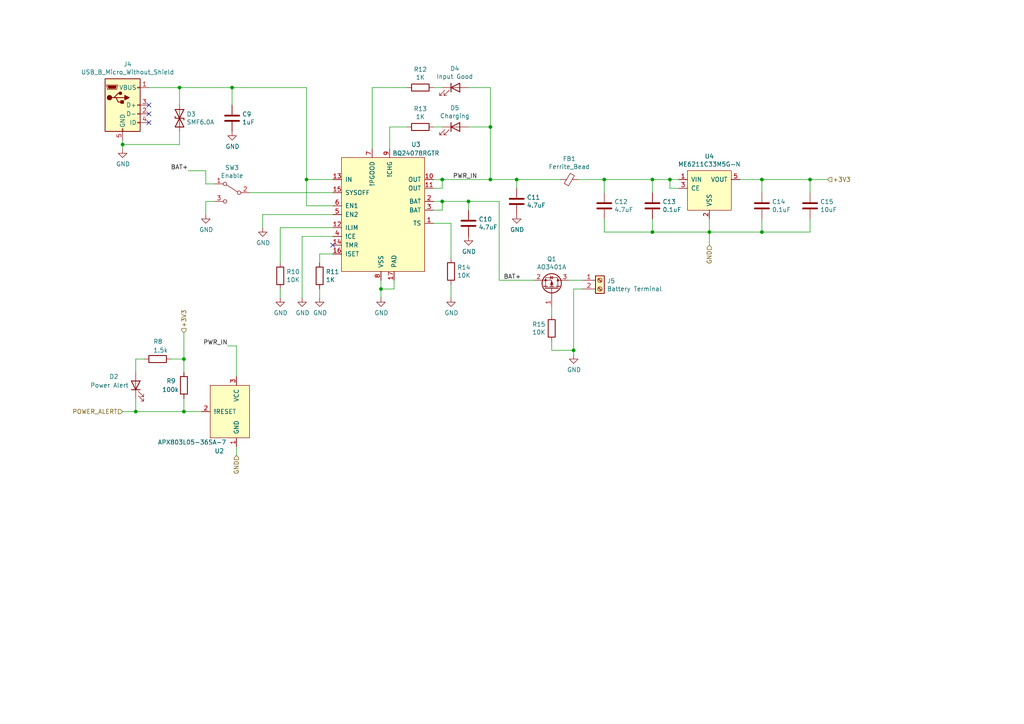
<source format=kicad_sch>
(kicad_sch (version 20211123) (generator eeschema)
  (paper "A4")
  (lib_symbols
    (symbol "Connector:Screw_Terminal_01x02" (pin_names (offset 1.016) hide)
      (property "Reference" "J" (at 0 2.54 0))
      (property "Value" "Screw_Terminal_01x02" (at 0 -5.08 0))
      (symbol "Screw_Terminal_01x02_1_1"
        (rectangle (start -1.27 1.27) (end 1.27 -3.81) (stroke (width 0.254)) (fill (type background)))
        (circle (center 0 -2.54) (radius 0.635) (stroke (width 0.1524)))
        (polyline (pts (xy -0.5334 -2.2098) (xy 0.3302 -3.048)) (stroke (width 0.1524)))
        (polyline (pts (xy -0.5334 0.3302) (xy 0.3302 -0.508)) (stroke (width 0.1524)))
        (polyline (pts (xy -0.3556 -2.032) (xy 0.508 -2.8702)) (stroke (width 0.1524)))
        (polyline (pts (xy -0.3556 0.508) (xy 0.508 -0.3302)) (stroke (width 0.1524)))
        (circle (center 0 0) (radius 0.635) (stroke (width 0.1524)))
        (pin passive line (at -5.08 0 0) (length 3.81) (name "Pin_1") (number "1"))
        (pin passive line (at -5.08 -2.54 0) (length 3.81) (name "Pin_2") (number "2"))
      )
    )
    (symbol "Custom:APX803L05-39SA-7" (pin_names (offset 1.016))
      (property "Reference" "U" (at 0 13.97 0))
      (property "Value" "Custom_APX803L05-39SA-7" (at 0 11.43 0))
      (symbol "APX803L05-39SA-7_0_0"
        (pin unspecified line (at 0 -10.16 90) (length 2.54) (name "GND") (number "1"))
        (pin unspecified line (at -10.16 0 0) (length 2.54) (name "!RESET") (number "2"))
        (pin unspecified line (at 0 10.16 270) (length 2.54) (name "VCC") (number "3"))
      )
      (symbol "APX803L05-39SA-7_0_1"
        (rectangle (start -7.62 7.62) (end 3.81 -7.62) (fill (type background)))
      )
    )
    (symbol "Custom:BQ24078RGTR" (pin_names (offset 1.016))
      (property "Reference" "U" (at 8.89 17.78 0))
      (property "Value" "Custom_BQ24078RGTR" (at 10.16 15.24 0))
      (symbol "BQ24078RGTR_0_0"
        (pin input line (at 15.24 -5.08 180) (length 2.54) (name "TS") (number "1"))
        (pin power_in line (at 15.24 7.62 180) (length 2.54) (name "OUT") (number "10"))
        (pin power_out line (at 15.24 5.08 180) (length 2.54) (name "OUT") (number "11"))
        (pin input line (at -13.97 -6.35 0) (length 2.54) (name "ILIM") (number "12"))
        (pin power_in line (at -13.97 7.62 0) (length 2.54) (name "IN") (number "13"))
        (pin input line (at -13.97 -11.43 0) (length 2.54) (name "TMR") (number "14"))
        (pin input line (at -13.97 3.81 0) (length 2.54) (name "SYSOFF") (number "15"))
        (pin bidirectional line (at -13.97 -13.97 0) (length 2.54) (name "ISET") (number "16"))
        (pin power_in line (at 3.81 -21.59 90) (length 2.54) (name "PAD") (number "17"))
        (pin bidirectional line (at 15.24 1.27 180) (length 2.54) (name "BAT") (number "2"))
        (pin bidirectional line (at 15.24 -1.27 180) (length 2.54) (name "BAT") (number "3"))
        (pin input line (at -13.97 -8.89 0) (length 2.54) (name "!CE") (number "4"))
        (pin input line (at -13.97 -2.54 0) (length 2.54) (name "EN2") (number "5"))
        (pin input line (at -13.97 0 0) (length 2.54) (name "EN1") (number "6"))
        (pin output line (at -2.54 16.51 270) (length 2.54) (name "!PGOOD") (number "7"))
        (pin power_in line (at 0 -21.59 90) (length 2.54) (name "VSS") (number "8"))
        (pin output line (at 2.54 16.51 270) (length 2.54) (name "!CHG") (number "9"))
      )
      (symbol "BQ24078RGTR_0_1"
        (rectangle (start -11.43 13.97) (end 12.7 -19.05) (fill (type background)))
      )
    )
    (symbol "Custom:ME6211C33M5G-N" (pin_names (offset 1.016))
      (property "Reference" "U" (at 0 7.62 0))
      (property "Value" "Custom_ME6211C33M5G-N" (at 0 5.08 0))
      (symbol "ME6211C33M5G-N_0_0"
        (pin power_in line (at -8.89 1.27 0) (length 2.54) (name "VIN") (number "1"))
        (pin power_in line (at 0 -10.16 90) (length 2.54) (name "VSS") (number "2"))
        (pin input line (at -8.89 -1.27 0) (length 2.54) (name "CE") (number "3"))
        (pin no_connect line (at 8.89 -1.27 180) (length 2.54) hide (name "NC") (number "4"))
        (pin power_out line (at 8.89 1.27 180) (length 2.54) (name "VOUT") (number "5"))
      )
      (symbol "ME6211C33M5G-N_0_1"
        (rectangle (start -6.35 3.81) (end 6.35 -7.62) (fill (type background)))
      )
    )
    (symbol "Custom:USB_B_Micro_Without_Shield" (pin_names (offset 1.016))
      (property "Reference" "J" (at -5.08 11.43 0))
      (property "Value" "Custom_USB_B_Micro_Without_Shield" (at -5.08 8.89 0))
      (symbol "USB_B_Micro_Without_Shield_0_1"
        (rectangle (start -5.08 -7.62) (end 5.08 7.62) (stroke (width 0.254)) (fill (type background)))
        (circle (center -3.81 2.159) (radius 0.635) (stroke (width 0.254)) (fill (type outline)))
        (circle (center -0.635 3.429) (radius 0.381) (stroke (width 0.254)) (fill (type outline)))
        (rectangle (start -0.127 -7.62) (end 0.127 -6.858))
        (polyline (pts (xy -1.905 2.159) (xy 0.635 2.159)) (stroke (width 0.254)))
        (polyline (pts (xy -3.175 2.159) (xy -2.54 2.159) (xy -1.27 3.429) (xy -0.635 3.429)) (stroke (width 0.254)))
        (polyline (pts (xy -2.54 2.159) (xy -1.905 2.159) (xy -1.27 0.889) (xy 0 0.889)) (stroke (width 0.254)))
        (polyline (pts (xy 0.635 2.794) (xy 0.635 1.524) (xy 1.905 2.159) (xy 0.635 2.794)) (stroke (width 0.254)) (fill (type outline)))
        (polyline (pts (xy -4.318 5.588) (xy -1.778 5.588) (xy -2.032 4.826) (xy -4.064 4.826) (xy -4.318 5.588)) (fill (type outline)))
        (polyline (pts (xy -4.699 5.842) (xy -4.699 5.588) (xy -4.445 4.826) (xy -4.445 4.572) (xy -1.651 4.572) (xy -1.651 4.826) (xy -1.397 5.588) (xy -1.397 5.842) (xy -4.699 5.842)))
        (rectangle (start 0.254 1.27) (end -0.508 0.508) (stroke (width 0.254)) (fill (type outline)))
        (rectangle (start 5.08 -5.207) (end 4.318 -4.953))
        (rectangle (start 5.08 -2.667) (end 4.318 -2.413))
        (rectangle (start 5.08 -0.127) (end 4.318 0.127))
        (rectangle (start 5.08 4.953) (end 4.318 5.207))
      )
      (symbol "USB_B_Micro_Without_Shield_1_1"
        (pin power_out line (at 7.62 5.08 180) (length 2.54) (name "VBUS") (number "1"))
        (pin bidirectional line (at 7.62 -2.54 180) (length 2.54) (name "D-") (number "2"))
        (pin bidirectional line (at 7.62 0 180) (length 2.54) (name "D+") (number "3"))
        (pin passive line (at 7.62 -5.08 180) (length 2.54) (name "ID") (number "4"))
        (pin power_out line (at 0 -10.16 90) (length 2.54) (name "GND") (number "5"))
      )
    )
    (symbol "Device:C" (pin_numbers hide) (pin_names (offset 0.254))
      (property "Reference" "C" (at 0.635 2.54 0))
      (property "Value" "C" (at 0.635 -2.54 0))
      (symbol "C_0_1"
        (polyline (pts (xy -2.032 -0.762) (xy 2.032 -0.762)) (stroke (width 0.508)))
        (polyline (pts (xy -2.032 0.762) (xy 2.032 0.762)) (stroke (width 0.508)))
      )
      (symbol "C_1_1"
        (pin passive line (at 0 3.81 270) (length 2.794) (name "~") (number "1"))
        (pin passive line (at 0 -3.81 90) (length 2.794) (name "~") (number "2"))
      )
    )
    (symbol "Device:D_TVS" (pin_numbers hide) (pin_names (offset 1.016) hide)
      (property "Reference" "D" (at 0 2.54 0))
      (property "Value" "D_TVS" (at 0 -2.54 0))
      (symbol "D_TVS_0_1"
        (polyline (pts (xy 1.27 0) (xy -1.27 0)))
        (polyline (pts (xy 0.508 1.27) (xy 0 1.27) (xy 0 -1.27) (xy -0.508 -1.27)) (stroke (width 0.254)))
        (polyline (pts (xy -2.54 1.27) (xy -2.54 -1.27) (xy 2.54 1.27) (xy 2.54 -1.27) (xy -2.54 1.27)) (stroke (width 0.254)))
      )
      (symbol "D_TVS_1_1"
        (pin passive line (at -3.81 0 0) (length 2.54) (name "A1") (number "1"))
        (pin passive line (at 3.81 0 180) (length 2.54) (name "A2") (number "2"))
      )
    )
    (symbol "Device:Ferrite_Bead_Small" (pin_numbers hide) (pin_names (offset 0))
      (property "Reference" "FB" (at 1.905 1.27 0))
      (property "Value" "Device_Ferrite_Bead_Small" (at 1.905 -1.27 0))
      (symbol "Ferrite_Bead_Small_0_1"
        (polyline (pts (xy 0 -1.27) (xy 0 -0.7874)))
        (polyline (pts (xy 0 0.889) (xy 0 1.2954)))
        (polyline (pts (xy -1.8288 0.2794) (xy -1.1176 1.4986) (xy 1.8288 -0.2032) (xy 1.1176 -1.4224) (xy -1.8288 0.2794)))
      )
      (symbol "Ferrite_Bead_Small_1_1"
        (pin passive line (at 0 2.54 270) (length 1.27) (name "~") (number "1"))
        (pin passive line (at 0 -2.54 90) (length 1.27) (name "~") (number "2"))
      )
    )
    (symbol "Device:LED" (pin_numbers hide) (pin_names (offset 1.016) hide)
      (property "Reference" "D" (at 0 2.54 0))
      (property "Value" "LED" (at 0 -2.54 0))
      (symbol "LED_0_1"
        (polyline (pts (xy -1.27 -1.27) (xy -1.27 1.27)) (stroke (width 0.254)))
        (polyline (pts (xy -1.27 0) (xy 1.27 0)))
        (polyline (pts (xy 1.27 -1.27) (xy 1.27 1.27) (xy -1.27 0) (xy 1.27 -1.27)) (stroke (width 0.254)))
        (polyline (pts (xy -3.048 -0.762) (xy -4.572 -2.286) (xy -3.81 -2.286) (xy -4.572 -2.286) (xy -4.572 -1.524)))
        (polyline (pts (xy -1.778 -0.762) (xy -3.302 -2.286) (xy -2.54 -2.286) (xy -3.302 -2.286) (xy -3.302 -1.524)))
      )
      (symbol "LED_1_1"
        (pin passive line (at -3.81 0 0) (length 2.54) (name "K") (number "1"))
        (pin passive line (at 3.81 0 180) (length 2.54) (name "A") (number "2"))
      )
    )
    (symbol "Device:R" (pin_numbers hide) (pin_names (offset 0))
      (property "Reference" "R" (at 2.032 0 90))
      (property "Value" "R" (at 0 0 90))
      (symbol "R_0_1"
        (rectangle (start -1.016 -2.54) (end 1.016 2.54) (stroke (width 0.254)))
      )
      (symbol "R_1_1"
        (pin passive line (at 0 3.81 270) (length 1.27) (name "~") (number "1"))
        (pin passive line (at 0 -3.81 90) (length 1.27) (name "~") (number "2"))
      )
    )
    (symbol "Switch:SW_SPDT" (pin_names (offset 0) hide)
      (property "Reference" "SW" (at 0 4.318 0))
      (property "Value" "SW_SPDT" (at 0 -5.08 0))
      (symbol "SW_SPDT_0_0"
        (circle (center -2.032 0) (radius 0.508))
        (circle (center 2.032 -2.54) (radius 0.508))
      )
      (symbol "SW_SPDT_0_1"
        (polyline (pts (xy -1.524 0.254) (xy 1.651 2.286)))
        (circle (center 2.032 2.54) (radius 0.508))
      )
      (symbol "SW_SPDT_1_1"
        (pin passive line (at 5.08 2.54 180) (length 2.54) (name "A") (number "1"))
        (pin passive line (at -5.08 0 0) (length 2.54) (name "B") (number "2"))
        (pin passive line (at 5.08 -2.54 180) (length 2.54) (name "C") (number "3"))
      )
    )
    (symbol "Transistor_FET:AO3401A" (pin_names hide)
      (property "Reference" "Q" (at 5.08 1.905 0))
      (property "Value" "AO3401A" (at 5.08 0 0))
      (symbol "AO3401A_0_1"
        (polyline (pts (xy 0.254 0) (xy -2.54 0)))
        (polyline (pts (xy 0.254 1.905) (xy 0.254 -1.905)) (stroke (width 0.254)))
        (polyline (pts (xy 0.762 -1.27) (xy 0.762 -2.286)) (stroke (width 0.254)))
        (polyline (pts (xy 0.762 0.508) (xy 0.762 -0.508)) (stroke (width 0.254)))
        (polyline (pts (xy 0.762 2.286) (xy 0.762 1.27)) (stroke (width 0.254)))
        (polyline (pts (xy 2.54 2.54) (xy 2.54 1.778)))
        (polyline (pts (xy 2.54 -2.54) (xy 2.54 0) (xy 0.762 0)))
        (polyline (pts (xy 0.762 1.778) (xy 3.302 1.778) (xy 3.302 -1.778) (xy 0.762 -1.778)))
        (polyline (pts (xy 2.286 0) (xy 1.27 0.381) (xy 1.27 -0.381) (xy 2.286 0)) (fill (type outline)))
        (polyline (pts (xy 2.794 -0.508) (xy 2.921 -0.381) (xy 3.683 -0.381) (xy 3.81 -0.254)))
        (polyline (pts (xy 3.302 -0.381) (xy 2.921 0.254) (xy 3.683 0.254) (xy 3.302 -0.381)))
        (circle (center 1.651 0) (radius 2.794) (stroke (width 0.254)))
        (circle (center 2.54 -1.778) (radius 0.254) (fill (type outline)))
        (circle (center 2.54 1.778) (radius 0.254) (fill (type outline)))
      )
      (symbol "AO3401A_1_1"
        (pin input line (at -5.08 0 0) (length 2.54) (name "G") (number "1"))
        (pin passive line (at 2.54 -5.08 90) (length 2.54) (name "S") (number "2"))
        (pin passive line (at 2.54 5.08 270) (length 2.54) (name "D") (number "3"))
      )
    )
    (symbol "power:GND" (power) (pin_names (offset 0))
      (property "Value" "GND" (at 0 -3.81 0))
      (symbol "GND_0_1"
        (polyline (pts (xy 0 0) (xy 0 -1.27) (xy 1.27 -1.27) (xy 0 -2.54) (xy -1.27 -1.27) (xy 0 -1.27)))
      )
      (symbol "GND_1_1"
        (pin power_in line (at 0 0 270) (length 0) hide (name "GND") (number "1"))
      )
    )
  )
  (junction (at 88.9 52.07))
  (junction (at 53.34 104.14))
  (junction (at 220.98 52.07))
  (junction (at 220.98 67.31))
  (junction (at 128.27 58.42))
  (junction (at 67.31 25.4))
  (junction (at 142.24 52.07))
  (junction (at 110.49 83.82))
  (junction (at 175.26 52.07))
  (junction (at 205.74 67.31))
  (junction (at 189.23 52.07))
  (junction (at 194.31 52.07))
  (junction (at 142.24 36.83))
  (junction (at 234.95 52.07))
  (junction (at 166.37 101.6))
  (junction (at 128.27 52.07))
  (junction (at 149.86 52.07))
  (junction (at 39.37 119.38))
  (junction (at 35.56 41.91))
  (junction (at 189.23 67.31))
  (junction (at 52.07 25.4))
  (junction (at 135.89 58.42))
  (junction (at 53.34 119.38))
  (no_connect (at 96.52 71.12))
  (no_connect (at 43.18 33.02))
  (no_connect (at 43.18 30.48))
  (no_connect (at 43.18 35.56))
  (wire (pts (xy 39.37 119.38) (xy 53.34 119.38)))
  (wire (pts (xy 96.52 59.69) (xy 88.9 59.69)))
  (wire (pts (xy 194.31 54.61) (xy 196.85 54.61)))
  (wire (pts (xy 142.24 25.4) (xy 135.89 25.4)))
  (wire (pts (xy 167.64 52.07) (xy 175.26 52.07)))
  (wire (pts (xy 166.37 102.87) (xy 166.37 101.6)))
  (wire (pts (xy 220.98 52.07) (xy 234.95 52.07)))
  (wire (pts (xy 175.26 67.31) (xy 189.23 67.31)))
  (wire (pts (xy 59.69 58.42) (xy 62.23 58.42)))
  (wire (pts (xy 35.56 41.91) (xy 35.56 40.64)))
  (wire (pts (xy 35.56 119.38) (xy 39.37 119.38)))
  (wire (pts (xy 67.31 25.4) (xy 88.9 25.4)))
  (wire (pts (xy 81.28 66.04) (xy 81.28 76.2)))
  (wire (pts (xy 125.73 52.07) (xy 128.27 52.07)))
  (wire (pts (xy 205.74 67.31) (xy 220.98 67.31)))
  (wire (pts (xy 144.78 81.28) (xy 144.78 58.42)))
  (wire (pts (xy 54.61 49.53) (xy 59.69 49.53)))
  (wire (pts (xy 214.63 52.07) (xy 220.98 52.07)))
  (wire (pts (xy 128.27 60.96) (xy 128.27 58.42)))
  (wire (pts (xy 142.24 36.83) (xy 142.24 25.4)))
  (wire (pts (xy 142.24 52.07) (xy 142.24 36.83)))
  (wire (pts (xy 205.74 63.5) (xy 205.74 67.31)))
  (wire (pts (xy 43.18 25.4) (xy 52.07 25.4)))
  (wire (pts (xy 135.89 58.42) (xy 144.78 58.42)))
  (wire (pts (xy 189.23 67.31) (xy 205.74 67.31)))
  (wire (pts (xy 220.98 67.31) (xy 234.95 67.31)))
  (wire (pts (xy 62.23 53.34) (xy 59.69 53.34)))
  (wire (pts (xy 113.03 43.18) (xy 113.03 36.83)))
  (wire (pts (xy 128.27 52.07) (xy 142.24 52.07)))
  (wire (pts (xy 160.02 101.6) (xy 166.37 101.6)))
  (wire (pts (xy 35.56 43.18) (xy 35.56 41.91)))
  (wire (pts (xy 149.86 54.61) (xy 149.86 52.07)))
  (wire (pts (xy 160.02 91.44) (xy 160.02 88.9)))
  (wire (pts (xy 110.49 83.82) (xy 110.49 81.28)))
  (wire (pts (xy 72.39 55.88) (xy 96.52 55.88)))
  (wire (pts (xy 189.23 67.31) (xy 189.23 63.5)))
  (wire (pts (xy 128.27 54.61) (xy 128.27 52.07)))
  (wire (pts (xy 168.91 83.82) (xy 166.37 83.82)))
  (wire (pts (xy 189.23 52.07) (xy 194.31 52.07)))
  (wire (pts (xy 220.98 67.31) (xy 220.98 63.5)))
  (wire (pts (xy 39.37 104.14) (xy 41.91 104.14)))
  (wire (pts (xy 189.23 55.88) (xy 189.23 52.07)))
  (wire (pts (xy 142.24 52.07) (xy 149.86 52.07)))
  (wire (pts (xy 149.86 52.07) (xy 162.56 52.07)))
  (wire (pts (xy 59.69 53.34) (xy 59.69 49.53)))
  (wire (pts (xy 125.73 36.83) (xy 128.27 36.83)))
  (wire (pts (xy 76.2 62.23) (xy 76.2 66.04)))
  (wire (pts (xy 39.37 107.95) (xy 39.37 104.14)))
  (wire (pts (xy 67.31 25.4) (xy 67.31 30.48)))
  (wire (pts (xy 53.34 104.14) (xy 53.34 96.52)))
  (wire (pts (xy 92.71 86.36) (xy 92.71 83.82)))
  (wire (pts (xy 53.34 115.57) (xy 53.34 119.38)))
  (wire (pts (xy 53.34 119.38) (xy 58.42 119.38)))
  (wire (pts (xy 107.95 43.18) (xy 107.95 25.4)))
  (wire (pts (xy 49.53 104.14) (xy 53.34 104.14)))
  (wire (pts (xy 88.9 59.69) (xy 88.9 52.07)))
  (wire (pts (xy 52.07 30.48) (xy 52.07 25.4)))
  (wire (pts (xy 125.73 54.61) (xy 128.27 54.61)))
  (wire (pts (xy 130.81 82.55) (xy 130.81 86.36)))
  (wire (pts (xy 107.95 25.4) (xy 118.11 25.4)))
  (wire (pts (xy 81.28 66.04) (xy 96.52 66.04)))
  (wire (pts (xy 68.58 100.33) (xy 68.58 109.22)))
  (wire (pts (xy 166.37 101.6) (xy 166.37 83.82)))
  (wire (pts (xy 96.52 62.23) (xy 76.2 62.23)))
  (wire (pts (xy 135.89 36.83) (xy 142.24 36.83)))
  (wire (pts (xy 220.98 55.88) (xy 220.98 52.07)))
  (wire (pts (xy 87.63 68.58) (xy 87.63 86.36)))
  (wire (pts (xy 39.37 119.38) (xy 39.37 115.57)))
  (wire (pts (xy 110.49 86.36) (xy 110.49 83.82)))
  (wire (pts (xy 96.52 52.07) (xy 88.9 52.07)))
  (wire (pts (xy 130.81 64.77) (xy 130.81 74.93)))
  (wire (pts (xy 92.71 76.2) (xy 92.71 73.66)))
  (wire (pts (xy 175.26 67.31) (xy 175.26 63.5)))
  (wire (pts (xy 92.71 73.66) (xy 96.52 73.66)))
  (wire (pts (xy 87.63 68.58) (xy 96.52 68.58)))
  (wire (pts (xy 113.03 36.83) (xy 118.11 36.83)))
  (wire (pts (xy 81.28 86.36) (xy 81.28 83.82)))
  (wire (pts (xy 144.78 81.28) (xy 154.94 81.28)))
  (wire (pts (xy 175.26 52.07) (xy 189.23 52.07)))
  (wire (pts (xy 165.1 81.28) (xy 168.91 81.28)))
  (wire (pts (xy 35.56 41.91) (xy 52.07 41.91)))
  (wire (pts (xy 125.73 60.96) (xy 128.27 60.96)))
  (wire (pts (xy 128.27 58.42) (xy 135.89 58.42)))
  (wire (pts (xy 68.58 132.08) (xy 68.58 129.54)))
  (wire (pts (xy 125.73 64.77) (xy 130.81 64.77)))
  (wire (pts (xy 66.04 100.33) (xy 68.58 100.33)))
  (wire (pts (xy 53.34 107.95) (xy 53.34 104.14)))
  (wire (pts (xy 88.9 25.4) (xy 88.9 52.07)))
  (wire (pts (xy 52.07 41.91) (xy 52.07 38.1)))
  (wire (pts (xy 160.02 99.06) (xy 160.02 101.6)))
  (wire (pts (xy 175.26 55.88) (xy 175.26 52.07)))
  (wire (pts (xy 114.3 83.82) (xy 114.3 81.28)))
  (wire (pts (xy 110.49 83.82) (xy 114.3 83.82)))
  (wire (pts (xy 194.31 52.07) (xy 196.85 52.07)))
  (wire (pts (xy 205.74 71.12) (xy 205.74 67.31)))
  (wire (pts (xy 234.95 55.88) (xy 234.95 52.07)))
  (wire (pts (xy 135.89 60.96) (xy 135.89 58.42)))
  (wire (pts (xy 59.69 58.42) (xy 59.69 62.23)))
  (wire (pts (xy 194.31 52.07) (xy 194.31 54.61)))
  (wire (pts (xy 52.07 25.4) (xy 67.31 25.4)))
  (wire (pts (xy 128.27 58.42) (xy 125.73 58.42)))
  (wire (pts (xy 125.73 25.4) (xy 128.27 25.4)))
  (wire (pts (xy 234.95 52.07) (xy 240.03 52.07)))
  (wire (pts (xy 234.95 67.31) (xy 234.95 63.5)))
  (label "BAT+" (at 146.05 81.28 0))
  (label "BAT+" (at 54.61 49.53 180))
  (label "PWR_IN" (at 138.43 52.07 180))
  (label "PWR_IN" (at 66.04 100.33 180))
  (hierarchical_label "POWER_ALERT" (shape input) (at 35.56 119.38 180))
  (hierarchical_label "+3V3" (shape input) (at 53.34 96.52 90))
  (hierarchical_label "GND" (shape input) (at 68.58 132.08 270))
  (hierarchical_label "+3V3" (shape input) (at 240.03 52.07 0))
  (hierarchical_label "GND" (shape input) (at 205.74 71.12 270))
  (symbol (lib_id "Device:C") (at 189.23 59.69 0) (unit 1)
    (property "Reference" "C13" (at 192.151 58.5216 0) (effects (justify left)))
    (property "Value" "0.1uF" (at 192.151 60.833 0) (effects (justify left)))
    (property "Footprint" "Capacitor_SMD:C_0805_2012Metric" (effects hide))
  )
  (symbol (lib_id "Device:C") (at 220.98 59.69 0) (unit 1)
    (property "Reference" "C14" (at 223.901 58.5216 0) (effects (justify left)))
    (property "Value" "0.1uF" (at 223.901 60.833 0) (effects (justify left)))
    (property "Footprint" "Capacitor_SMD:C_0805_2012Metric" (effects hide))
  )
  (symbol (lib_id "Device:Ferrite_Bead_Small") (at 165.1 52.07 270) (unit 1)
    (property "Reference" "FB1" (at 165.1 46.0502 90))
    (property "Value" "Ferrite_Bead" (at 165.1 48.3616 90))
    (property "Footprint" "Inductor_SMD:L_0805_2012Metric_Pad1.15x1.40mm_HandSolder" (effects hide))
  )
  (symbol (lib_id "Device:C") (at 175.26 59.69 0) (unit 1)
    (property "Reference" "C12" (at 178.181 58.5216 0) (effects (justify left)))
    (property "Value" "4.7uF" (at 178.181 60.833 0) (effects (justify left)))
    (property "Footprint" "Capacitor_SMD:C_0805_2012Metric" (effects hide))
  )
  (symbol (lib_id "Device:C") (at 234.95 59.69 0) (unit 1)
    (property "Reference" "C15" (at 237.871 58.5216 0) (effects (justify left)))
    (property "Value" "10uF" (at 237.871 60.833 0) (effects (justify left)))
    (property "Footprint" "Capacitor_SMD:C_1206_3216Metric" (effects hide))
  )
  (symbol (lib_id "Custom:APX803L05-39SA-7") (at 68.58 119.38 0) (unit 1)
    (property "Reference" "U2" (at 62.23 130.81 0) (effects (justify left)))
    (property "Value" "APX803L05-36SA-7" (at 45.72 128.27 0) (effects (justify left)))
    (property "Footprint" "Package_TO_SOT_SMD:SOT-23W_Handsoldering" (effects hide))
    (property "Datasheet" "https://www.mouser.de/datasheet/2/115/APX803L-1113564.pdf" (effects hide))
  )
  (symbol (lib_id "Device:R") (at 53.34 111.76 0) (unit 1)
    (property "Reference" "R9" (at 48.26 110.49 0) (effects (justify left)))
    (property "Value" "100k" (at 46.99 113.03 0) (effects (justify left)))
    (property "Footprint" "Resistor_SMD:R_1206_3216Metric" (effects hide))
  )
  (symbol (lib_id "Device:LED") (at 39.37 111.76 90) (unit 1)
    (property "Reference" "D2" (at 33.02 109.22 90))
    (property "Value" "Power Alert" (at 31.75 111.76 90))
    (property "Footprint" "LED_SMD:LED_0603_1608Metric" (effects hide))
  )
  (symbol (lib_id "Device:R") (at 45.72 104.14 270) (unit 1)
    (property "Reference" "R8" (at 44.45 99.06 90) (effects (justify left)))
    (property "Value" "1.5k" (at 44.45 101.6 90) (effects (justify left)))
    (property "Footprint" "Resistor_SMD:R_1206_3216Metric" (effects hide))
  )
  (symbol (lib_id "Custom:BQ24078RGTR") (at 110.49 59.69 0) (unit 1)
    (property "Reference" "U3" (at 120.65 41.91 0))
    (property "Value" "BQ24078RGTR" (at 120.65 44.45 0))
    (property "Footprint" "Package_DFN_QFN:VQFN-16-1EP_3x3mm_P0.5mm_EP1.45x1.45mm" (effects hide))
    (property "Datasheet" "https://www.ti.com/lit/ds/symlink/bq24078.pdf" (effects hide))
  )
  (symbol (lib_id "power:GND") (at 110.49 86.36 0) (unit 1)
    (property "Reference" "#PWR022" (effects hide))
    (property "Value" "GND" (at 110.617 90.7542 0))
  )
  (symbol (lib_id "Device:LED") (at 132.08 36.83 0) (unit 1)
    (property "Reference" "D5" (at 131.9022 31.3182 0))
    (property "Value" "Charging" (at 131.9022 33.6296 0))
    (property "Footprint" "LED_SMD:LED_0603_1608Metric" (effects hide))
  )
  (symbol (lib_id "Device:R") (at 121.92 36.83 270) (unit 1)
    (property "Reference" "R13" (at 121.92 31.5722 90))
    (property "Value" "1K" (at 121.92 33.8836 90))
    (property "Footprint" "Resistor_SMD:R_1206_3216Metric" (effects hide))
  )
  (symbol (lib_id "Device:LED") (at 132.08 25.4 0) (unit 1)
    (property "Reference" "D4" (at 131.9022 19.8882 0))
    (property "Value" "Input Good" (at 131.9022 22.1996 0))
    (property "Footprint" "LED_SMD:LED_0603_1608Metric" (effects hide))
  )
  (symbol (lib_id "Device:R") (at 121.92 25.4 270) (unit 1)
    (property "Reference" "R12" (at 121.92 20.1422 90))
    (property "Value" "1K" (at 121.92 22.4536 90))
    (property "Footprint" "Resistor_SMD:R_1206_3216Metric" (effects hide))
  )
  (symbol (lib_id "Device:C") (at 149.86 58.42 0) (unit 1)
    (property "Reference" "C11" (at 152.781 57.2516 0) (effects (justify left)))
    (property "Value" "4.7uF" (at 152.781 59.563 0) (effects (justify left)))
    (property "Footprint" "Capacitor_SMD:C_0805_2012Metric" (effects hide))
  )
  (symbol (lib_id "power:GND") (at 149.86 62.23 0) (unit 1)
    (property "Reference" "#PWR025" (effects hide))
    (property "Value" "GND" (at 149.987 66.6242 0))
  )
  (symbol (lib_id "power:GND") (at 76.2 66.04 0) (unit 1)
    (property "Reference" "#PWR018" (effects hide))
    (property "Value" "GND" (at 76.327 70.4342 0))
  )
  (symbol (lib_id "Switch:SW_SPDT") (at 67.31 55.88 0) (mirror y) (unit 1)
    (property "Reference" "SW3" (at 67.31 48.641 0))
    (property "Value" "Enable" (at 67.31 50.9524 0))
    (property "Footprint" "Custom:Toggle-Switch-SK12D07VG4" (effects hide))
  )
  (symbol (lib_id "power:GND") (at 59.69 62.23 0) (unit 1)
    (property "Reference" "#PWR016" (effects hide))
    (property "Value" "GND" (at 59.817 66.6242 0))
  )
  (symbol (lib_id "Device:C") (at 67.31 34.29 0) (unit 1)
    (property "Reference" "C9" (at 70.231 33.1216 0) (effects (justify left)))
    (property "Value" "1uF" (at 70.231 35.433 0) (effects (justify left)))
    (property "Footprint" "Capacitor_SMD:C_0805_2012Metric" (effects hide))
  )
  (symbol (lib_id "power:GND") (at 67.31 38.1 0) (unit 1)
    (property "Reference" "#PWR017" (effects hide))
    (property "Value" "GND" (at 67.437 42.4942 0))
  )
  (symbol (lib_id "Device:R") (at 130.81 78.74 0) (unit 1)
    (property "Reference" "R14" (at 132.588 77.5716 0) (effects (justify left)))
    (property "Value" "10K" (at 132.588 79.883 0) (effects (justify left)))
    (property "Footprint" "Resistor_SMD:R_1206_3216Metric" (effects hide))
  )
  (symbol (lib_id "power:GND") (at 130.81 86.36 0) (unit 1)
    (property "Reference" "#PWR023" (effects hide))
    (property "Value" "GND" (at 130.937 90.7542 0))
  )
  (symbol (lib_id "power:GND") (at 166.37 102.87 0) (unit 1)
    (property "Reference" "#PWR026" (effects hide))
    (property "Value" "GND" (at 166.497 107.2642 0))
  )
  (symbol (lib_id "Device:C") (at 135.89 64.77 0) (unit 1)
    (property "Reference" "C10" (at 138.811 63.6016 0) (effects (justify left)))
    (property "Value" "4.7uF" (at 138.811 65.913 0) (effects (justify left)))
    (property "Footprint" "Capacitor_SMD:C_0805_2012Metric" (effects hide))
  )
  (symbol (lib_id "power:GND") (at 135.89 68.58 0) (unit 1)
    (property "Reference" "#PWR024" (effects hide))
    (property "Value" "GND" (at 136.017 72.9742 0))
  )
  (symbol (lib_id "power:GND") (at 87.63 86.36 0) (unit 1)
    (property "Reference" "#PWR020" (effects hide))
    (property "Value" "GND" (at 87.757 90.7542 0))
  )
  (symbol (lib_id "Device:R") (at 92.71 80.01 180) (unit 1)
    (property "Reference" "R11" (at 94.488 78.8416 0) (effects (justify right)))
    (property "Value" "1K" (at 94.488 81.153 0) (effects (justify right)))
    (property "Footprint" "Resistor_SMD:R_1206_3216Metric" (effects hide))
  )
  (symbol (lib_id "power:GND") (at 92.71 86.36 0) (unit 1)
    (property "Reference" "#PWR021" (effects hide))
    (property "Value" "GND" (at 92.837 90.7542 0))
  )
  (symbol (lib_id "Device:R") (at 81.28 80.01 180) (unit 1)
    (property "Reference" "R10" (at 83.058 78.8416 0) (effects (justify right)))
    (property "Value" "10K" (at 83.058 81.153 0) (effects (justify right)))
    (property "Footprint" "Resistor_SMD:R_1206_3216Metric" (effects hide))
  )
  (symbol (lib_id "power:GND") (at 81.28 86.36 0) (unit 1)
    (property "Reference" "#PWR019" (effects hide))
    (property "Value" "GND" (at 81.407 90.7542 0))
  )
  (symbol (lib_id "Custom:USB_B_Micro_Without_Shield") (at 35.56 30.48 0) (unit 1)
    (property "Reference" "J4" (at 37.0078 18.6182 0))
    (property "Value" "USB_B_Micro_Without_Shield" (at 37.0078 20.9296 0))
    (property "Footprint" "Custom:Micro_USB_B_Female" (effects hide))
  )
  (symbol (lib_id "power:GND") (at 35.56 43.18 0) (unit 1)
    (property "Reference" "#PWR015" (effects hide))
    (property "Value" "GND" (at 35.687 47.5742 0))
  )
  (symbol (lib_id "Device:D_TVS") (at 52.07 34.29 270) (unit 1)
    (property "Reference" "D3" (at 54.102 33.1216 90) (effects (justify left)))
    (property "Value" "SMF6.0A" (at 54.102 35.433 90) (effects (justify left)))
    (property "Footprint" "Diode_SMD:D_SOD-123F" (effects hide))
  )
  (symbol (lib_id "Connector:Screw_Terminal_01x02") (at 173.99 81.28 0) (unit 1)
    (property "Reference" "J5" (at 176.022 81.4832 0) (effects (justify left)))
    (property "Value" "Battery Terminal" (at 176.022 83.7946 0) (effects (justify left)))
    (property "Footprint" "Connector_Hirose:Hirose_DF13-02P-1.25DSA_1x02_P1.25mm_Vertical" (effects hide))
  )
  (symbol (lib_id "Custom:ME6211C33M5G-N") (at 205.74 53.34 0) (unit 1)
    (property "Reference" "U4" (at 205.74 45.339 0))
    (property "Value" "ME6211C33M5G-N" (at 205.74 47.6504 0))
    (property "Footprint" "Package_TO_SOT_SMD:SOT-23-5" (effects hide))
    (property "Datasheet" "https://datasheet.lcsc.com/lcsc/1811131510_MICRONE-Nanjing-Micro-One-Elec-ME6211C33M5G-N_C82942.pdf" (effects hide))
  )
  (symbol (lib_id "Transistor_FET:AO3401A") (at 160.02 83.82 270) (mirror x) (unit 1)
    (property "Reference" "Q1" (at 160.02 75.1332 90))
    (property "Value" "AO3401A" (at 160.02 77.4446 90))
    (property "Footprint" "Package_TO_SOT_SMD:SOT-23" (effects hide))
    (property "Datasheet" "http://www.aosmd.com/pdfs/datasheet/AO3401A.pdf" (effects hide))
  )
  (symbol (lib_id "Device:R") (at 160.02 95.25 0) (mirror y) (unit 1)
    (property "Reference" "R15" (at 158.242 94.0816 0) (effects (justify left)))
    (property "Value" "10K" (at 158.242 96.393 0) (effects (justify left)))
    (property "Footprint" "Resistor_SMD:R_1206_3216Metric" (effects hide))
  )
)
</source>
